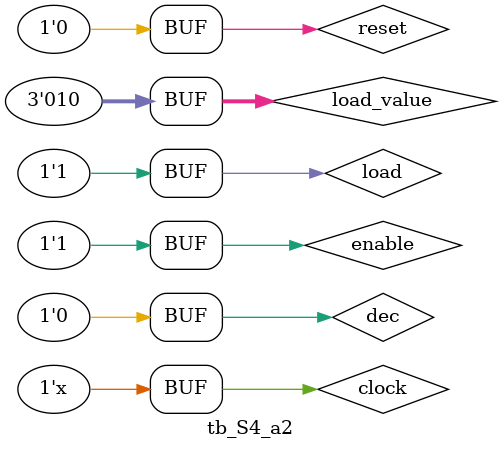
<source format=sv>
`timescale 1ns / 1ps


module tb_S4_a2();
      logic clock, reset;
      logic dec, enable, load;
     logic [3-1:0]    counterN;
     logic [3-1:0]    load_value;
     S4_actividad2 #(.N(3))DUT_S4_actividad2(
        .clock(clock),
        .dec(dec),
        .reset(reset),
        .counterN(counterN),
        .enable(enable),
        .load(load),
        .load_value(load_value)
     );
     always # 1 clock=~clock;
     initial
        begin
            clock = 0; 
            dec = 1;
            enable = 1;
            reset = 1;
            load = 0;
            load_value = 3'b010;
            #2
            reset = 0;
            #10
            dec = 0;
            # 5
            enable = 0;
            # 10
            enable = 1;
            #30
            load = 1;
        end
endmodule

</source>
